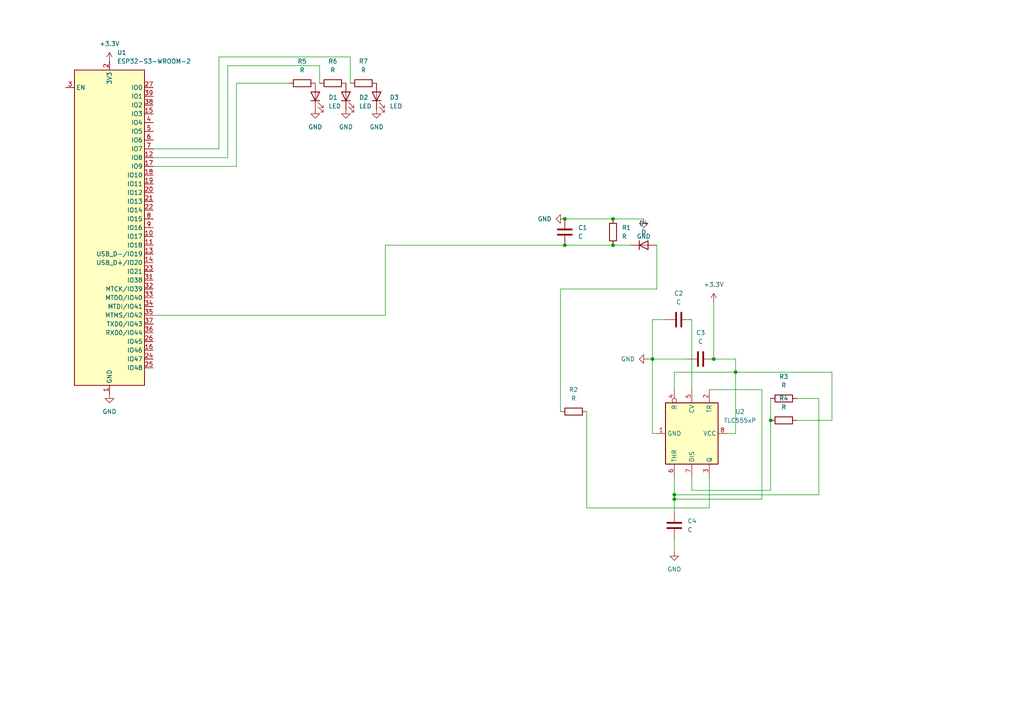
<source format=kicad_sch>
(kicad_sch (version 20231120) (generator "eeschema") (generator_version "8.0")
  (paper "A4")
  (lib_symbols
    (symbol "Device:C" (pin_numbers hide) (pin_names (offset 0.254))
      (property "Reference" "C" (at 0.635 2.54 0))
      (property "Value" "C" (at 0.635 -2.54 0))
      (symbol "C_0_1"
        (polyline (pts (xy -2.032 -0.762) (xy 2.032 -0.762)) (stroke (width 0.508)))
        (polyline (pts (xy -2.032 0.762) (xy 2.032 0.762)) (stroke (width 0.508)))
      )
      (symbol "C_1_1"
        (pin passive line (at 0 3.81 270) (length 2.794) (name "~") (number "1"))
        (pin passive line (at 0 -3.81 90) (length 2.794) (name "~") (number "2"))
      )
    )
    (symbol "Device:D" (pin_numbers hide) (pin_names (offset 1.016) hide)
      (property "Reference" "D" (at 0 2.54 0))
      (property "Value" "D" (at 0 -2.54 0))
      (symbol "D_0_1"
        (polyline (pts (xy -1.27 1.27) (xy -1.27 -1.27)) (stroke (width 0.254)))
        (polyline (pts (xy 1.27 0) (xy -1.27 0)))
        (polyline (pts (xy 1.27 1.27) (xy 1.27 -1.27) (xy -1.27 0) (xy 1.27 1.27)) (stroke (width 0.254)))
      )
      (symbol "D_1_1"
        (pin passive line (at -3.81 0 0) (length 2.54) (name "K") (number "1"))
        (pin passive line (at 3.81 0 180) (length 2.54) (name "A") (number "2"))
      )
    )
    (symbol "Device:LED" (pin_numbers hide) (pin_names (offset 1.016) hide)
      (property "Reference" "D" (at 0 2.54 0))
      (property "Value" "LED" (at 0 -2.54 0))
      (symbol "LED_0_1"
        (polyline (pts (xy -1.27 -1.27) (xy -1.27 1.27)) (stroke (width 0.254)))
        (polyline (pts (xy -1.27 0) (xy 1.27 0)))
        (polyline (pts (xy 1.27 -1.27) (xy 1.27 1.27) (xy -1.27 0) (xy 1.27 -1.27)) (stroke (width 0.254)))
        (polyline (pts (xy -3.048 -0.762) (xy -4.572 -2.286) (xy -3.81 -2.286) (xy -4.572 -2.286) (xy -4.572 -1.524)))
        (polyline (pts (xy -1.778 -0.762) (xy -3.302 -2.286) (xy -2.54 -2.286) (xy -3.302 -2.286) (xy -3.302 -1.524)))
      )
      (symbol "LED_1_1"
        (pin passive line (at -3.81 0 0) (length 2.54) (name "K") (number "1"))
        (pin passive line (at 3.81 0 180) (length 2.54) (name "A") (number "2"))
      )
    )
    (symbol "Device:R" (pin_numbers hide) (pin_names (offset 0))
      (property "Reference" "R" (at 2.032 0 90))
      (property "Value" "R" (at 0 0 90))
      (symbol "R_0_1"
        (rectangle (start -1.016 -2.54) (end 1.016 2.54) (stroke (width 0.254)))
      )
      (symbol "R_1_1"
        (pin passive line (at 0 3.81 270) (length 1.27) (name "~") (number "1"))
        (pin passive line (at 0 -3.81 90) (length 1.27) (name "~") (number "2"))
      )
    )
    (symbol "RF_Module:ESP32-S3-WROOM-2"
      (property "Reference" "U" (at -10.16 45.72 0))
      (property "Value" "ESP32-S3-WROOM-2" (at 2.54 45.72 0))
      (symbol "ESP32-S3-WROOM-2_0_1"
        (rectangle (start -10.16 45.72) (end 10.16 -45.72) (stroke (width 0.254)) (fill (type background)))
      )
      (symbol "ESP32-S3-WROOM-2_1_1"
        (pin power_in line (at 0 -48.26 90) (length 2.54) (name "GND") (number "1"))
        (pin bidirectional line (at 12.7 -2.54 180) (length 2.54) (name "IO17") (number "10"))
        (pin bidirectional line (at 12.7 -5.08 180) (length 2.54) (name "IO18") (number "11"))
        (pin bidirectional line (at 12.7 20.32 180) (length 2.54) (name "IO8") (number "12"))
        (pin bidirectional line (at 12.7 -7.62 180) (length 2.54) (name "USB_D-/IO19") (number "13"))
        (pin bidirectional line (at 12.7 -10.16 180) (length 2.54) (name "USB_D+/IO20") (number "14"))
        (pin bidirectional line (at 12.7 33.02 180) (length 2.54) (name "IO3") (number "15"))
        (pin bidirectional line (at 12.7 -35.56 180) (length 2.54) (name "IO46") (number "16"))
        (pin bidirectional line (at 12.7 17.78 180) (length 2.54) (name "IO9") (number "17"))
        (pin bidirectional line (at 12.7 15.24 180) (length 2.54) (name "IO10") (number "18"))
        (pin bidirectional line (at 12.7 12.7 180) (length 2.54) (name "IO11") (number "19"))
        (pin power_in line (at 0 48.26 270) (length 2.54) (name "3V3") (number "2"))
        (pin bidirectional line (at 12.7 10.16 180) (length 2.54) (name "IO12") (number "20"))
        (pin bidirectional line (at 12.7 7.62 180) (length 2.54) (name "IO13") (number "21"))
        (pin bidirectional line (at 12.7 5.08 180) (length 2.54) (name "IO14") (number "22"))
        (pin bidirectional line (at 12.7 -12.7 180) (length 2.54) (name "IO21") (number "23"))
        (pin bidirectional line (at 12.7 -38.1 180) (length 2.54) (name "IO47") (number "24"))
        (pin bidirectional line (at 12.7 -40.64 180) (length 2.54) (name "IO48") (number "25"))
        (pin bidirectional line (at 12.7 -33.02 180) (length 2.54) (name "IO45") (number "26"))
        (pin bidirectional line (at 12.7 40.64 180) (length 2.54) (name "IO0") (number "27"))
        (pin no_connect line (at -10.16 -35.56 0) (length 2.54) hide (name "NC") (number "28"))
        (pin no_connect line (at -10.16 -38.1 0) (length 2.54) hide (name "NC") (number "29"))
        (pin input line (at -12.7 40.64 0) (length 2.54) (name "EN") (number "3"))
        (pin no_connect line (at -10.16 -40.64 0) (length 2.54) hide (name "NC") (number "30"))
        (pin bidirectional line (at 12.7 -15.24 180) (length 2.54) (name "IO38") (number "31"))
        (pin bidirectional line (at 12.7 -17.78 180) (length 2.54) (name "MTCK/IO39") (number "32"))
        (pin bidirectional line (at 12.7 -20.32 180) (length 2.54) (name "MTDO/IO40") (number "33"))
        (pin bidirectional line (at 12.7 -22.86 180) (length 2.54) (name "MTDI/IO41") (number "34"))
        (pin bidirectional line (at 12.7 -25.4 180) (length 2.54) (name "MTMS/IO42") (number "35"))
        (pin bidirectional line (at 12.7 -30.48 180) (length 2.54) (name "RXD0/IO44") (number "36"))
        (pin bidirectional line (at 12.7 -27.94 180) (length 2.54) (name "TXD0/IO43") (number "37"))
        (pin bidirectional line (at 12.7 35.56 180) (length 2.54) (name "IO2") (number "38"))
        (pin bidirectional line (at 12.7 38.1 180) (length 2.54) (name "IO1") (number "39"))
        (pin bidirectional line (at 12.7 30.48 180) (length 2.54) (name "IO4") (number "4"))
        (pin passive line (at 0 -48.26 90) (length 2.54) hide (name "GND") (number "40"))
        (pin passive line (at 0 -48.26 90) (length 2.54) hide (name "GND") (number "41"))
        (pin bidirectional line (at 12.7 27.94 180) (length 2.54) (name "IO5") (number "5"))
        (pin bidirectional line (at 12.7 25.4 180) (length 2.54) (name "IO6") (number "6"))
        (pin bidirectional line (at 12.7 22.86 180) (length 2.54) (name "IO7") (number "7"))
        (pin bidirectional line (at 12.7 2.54 180) (length 2.54) (name "IO15") (number "8"))
        (pin bidirectional line (at 12.7 0 180) (length 2.54) (name "IO16") (number "9"))
      )
    )
    (symbol "Timer:TLC555xP"
      (property "Reference" "U" (at -10.16 8.89 0))
      (property "Value" "TLC555xP" (at 2.54 8.89 0))
      (symbol "TLC555xP_0_0"
        (pin power_in line (at 0 -10.16 90) (length 2.54) (name "GND") (number "1"))
        (pin power_in line (at 0 10.16 270) (length 2.54) (name "VCC") (number "8"))
      )
      (symbol "TLC555xP_0_1"
        (rectangle (start -8.89 -7.62) (end 8.89 7.62) (stroke (width 0.254)) (fill (type background)))
        (rectangle (start -8.89 -7.62) (end 8.89 7.62) (stroke (width 0.254)) (fill (type background)))
      )
      (symbol "TLC555xP_1_1"
        (pin input line (at -12.7 5.08 0) (length 3.81) (name "TR") (number "2"))
        (pin output line (at 12.7 5.08 180) (length 3.81) (name "Q") (number "3"))
        (pin input inverted (at -12.7 -5.08 0) (length 3.81) (name "R") (number "4"))
        (pin input line (at -12.7 0 0) (length 3.81) (name "CV") (number "5"))
        (pin input line (at 12.7 -5.08 180) (length 3.81) (name "THR") (number "6"))
        (pin input line (at 12.7 0 180) (length 3.81) (name "DIS") (number "7"))
      )
    )
    (symbol "power:+3.3V" (power) (pin_numbers hide) (pin_names (offset 0) hide)
      (property "Value" "+3.3V" (at 0 3.556 0))
      (symbol "+3.3V_0_1"
        (polyline (pts (xy -0.762 1.27) (xy 0 2.54)))
        (polyline (pts (xy 0 0) (xy 0 2.54)))
        (polyline (pts (xy 0 2.54) (xy 0.762 1.27)))
      )
      (symbol "+3.3V_1_1"
        (pin power_in line (at 0 0 90) (length 0) (name "~") (number "1"))
      )
    )
    (symbol "power:GND" (power) (pin_numbers hide) (pin_names (offset 0) hide)
      (property "Value" "GND" (at 0 -3.81 0))
      (symbol "GND_0_1"
        (polyline (pts (xy 0 0) (xy 0 -1.27) (xy 1.27 -1.27) (xy 0 -2.54) (xy -1.27 -1.27) (xy 0 -1.27)))
      )
      (symbol "GND_1_1"
        (pin power_in line (at 0 0 270) (length 0) (name "~") (number "1"))
      )
    )
  )
  (junction (at 163.83 71.12))
  (junction (at 163.83 63.5))
  (junction (at 195.58 144.78))
  (junction (at 207.01 104.14))
  (junction (at 223.52 121.92))
  (junction (at 189.23 104.14))
  (junction (at 195.58 143.51))
  (junction (at 213.36 107.95))
  (junction (at 177.8 63.5))
  (junction (at 177.8 71.12))
  (wire (pts (xy 63.5 16.51) (xy 101.6 16.51)))
  (wire (pts (xy 68.58 24.13) (xy 68.58 48.26)))
  (wire (pts (xy 190.5 71.12) (xy 190.5 83.82)))
  (wire (pts (xy 213.36 125.73) (xy 210.82 125.73)))
  (wire (pts (xy 111.76 91.44) (xy 111.76 71.12)))
  (wire (pts (xy 223.52 115.57) (xy 223.52 121.92)))
  (wire (pts (xy 241.3 121.92) (xy 231.14 121.92)))
  (wire (pts (xy 237.49 115.57) (xy 231.14 115.57)))
  (wire (pts (xy 195.58 156.21) (xy 195.58 160.02)))
  (wire (pts (xy 190.5 83.82) (xy 162.56 83.82)))
  (wire (pts (xy 220.98 113.03) (xy 205.74 113.03)))
  (wire (pts (xy 163.83 71.12) (xy 177.8 71.12)))
  (wire (pts (xy 63.5 43.18) (xy 44.45 43.18)))
  (wire (pts (xy 83.82 24.13) (xy 68.58 24.13)))
  (wire (pts (xy 220.98 144.78) (xy 220.98 113.03)))
  (wire (pts (xy 241.3 107.95) (xy 241.3 121.92)))
  (wire (pts (xy 187.96 104.14) (xy 189.23 104.14)))
  (wire (pts (xy 223.52 142.24) (xy 200.66 142.24)))
  (wire (pts (xy 177.8 71.12) (xy 182.88 71.12)))
  (wire (pts (xy 163.83 63.5) (xy 177.8 63.5)))
  (wire (pts (xy 195.58 113.03) (xy 195.58 107.95)))
  (wire (pts (xy 101.6 24.13) (xy 101.6 16.51)))
  (wire (pts (xy 189.23 104.14) (xy 199.39 104.14)))
  (wire (pts (xy 195.58 107.95) (xy 213.36 107.95)))
  (wire (pts (xy 170.18 147.32) (xy 205.74 147.32)))
  (wire (pts (xy 44.45 91.44) (xy 111.76 91.44)))
  (wire (pts (xy 189.23 92.71) (xy 189.23 104.14)))
  (wire (pts (xy 195.58 138.43) (xy 195.58 143.51)))
  (wire (pts (xy 170.18 119.38) (xy 170.18 147.32)))
  (wire (pts (xy 189.23 104.14) (xy 189.23 125.73)))
  (wire (pts (xy 213.36 104.14) (xy 213.36 107.95)))
  (wire (pts (xy 66.04 19.05) (xy 92.71 19.05)))
  (wire (pts (xy 223.52 121.92) (xy 223.52 142.24)))
  (wire (pts (xy 193.04 92.71) (xy 189.23 92.71)))
  (wire (pts (xy 200.66 142.24) (xy 200.66 138.43)))
  (wire (pts (xy 189.23 125.73) (xy 190.5 125.73)))
  (wire (pts (xy 195.58 143.51) (xy 237.49 143.51)))
  (wire (pts (xy 111.76 71.12) (xy 163.83 71.12)))
  (wire (pts (xy 92.71 24.13) (xy 92.71 19.05)))
  (wire (pts (xy 63.5 16.51) (xy 63.5 43.18)))
  (wire (pts (xy 66.04 19.05) (xy 66.04 45.72)))
  (wire (pts (xy 205.74 147.32) (xy 205.74 138.43)))
  (wire (pts (xy 66.04 45.72) (xy 44.45 45.72)))
  (wire (pts (xy 195.58 144.78) (xy 220.98 144.78)))
  (wire (pts (xy 162.56 83.82) (xy 162.56 119.38)))
  (wire (pts (xy 195.58 143.51) (xy 195.58 144.78)))
  (wire (pts (xy 213.36 107.95) (xy 213.36 125.73)))
  (wire (pts (xy 177.8 63.5) (xy 186.69 63.5)))
  (wire (pts (xy 213.36 107.95) (xy 241.3 107.95)))
  (wire (pts (xy 207.01 87.63) (xy 207.01 104.14)))
  (wire (pts (xy 195.58 144.78) (xy 195.58 148.59)))
  (wire (pts (xy 68.58 48.26) (xy 44.45 48.26)))
  (wire (pts (xy 207.01 104.14) (xy 213.36 104.14)))
  (wire (pts (xy 237.49 143.51) (xy 237.49 115.57)))
  (wire (pts (xy 200.66 92.71) (xy 200.66 113.03)))
  (symbol (lib_id "Device:R") (at 96.52 24.13 90) (unit 1)
    (property "Reference" "R6" (at 96.52 17.78 90))
    (property "Value" "R" (at 96.52 20.32 90))
    (property "Description" "Resistor" (effects (hide yes)))
  )
  (symbol (lib_id "Device:R") (at 87.63 24.13 90) (unit 1)
    (property "Reference" "R5" (at 87.63 17.78 90))
    (property "Value" "R" (at 87.63 20.32 90))
    (property "Description" "Resistor" (effects (hide yes)))
  )
  (symbol (lib_id "Device:LED") (at 100.33 27.94 90) (unit 1)
    (property "Reference" "D2" (at 104.14 28.2574 90) (effects (justify right)))
    (property "Value" "LED" (at 104.14 30.7974 90) (effects (justify right)))
    (property "Description" "Light emitting diode" (effects (hide yes)))
  )
  (symbol (lib_id "power:GND") (at 186.69 63.5 0) (unit 1)
    (property "Reference" "#PWR01" (effects (hide yes)))
    (property "Value" "GND" (at 186.69 68.58 0))
    (property "Description" "Power symbol creates a global label with name \"GND\" , ground" (effects (hide yes)))
  )
  (symbol (lib_id "RF_Module:ESP32-S3-WROOM-2") (at 31.75 66.04 0) (unit 1)
    (property "Reference" "U1" (at 33.9441 15.24 0) (effects (justify left)))
    (property "Value" "ESP32-S3-WROOM-2" (at 33.9441 17.78 0) (effects (justify left)))
    (property "Footprint" "RF_Module:ESP32-S3-WROOM-2" (effects (hide yes)))
    (property "Datasheet" "https://www.espressif.com/sites/default/files/documentation/esp32-s3-wroom-2_datasheet_en.pdf" (effects (hide yes)))
    (property "Description" "RF Module, 2.4 GHz, Wi­-Fi, Bluetooth, BLE, ESP32­-S3R8V" (effects (hide yes)))
  )
  (symbol (lib_id "Device:C") (at 163.83 67.31 0) (unit 1)
    (property "Reference" "C1" (at 167.64 66.0399 0) (effects (justify left)))
    (property "Value" "C" (at 167.64 68.5799 0) (effects (justify left)))
    (property "Description" "Unpolarized capacitor" (effects (hide yes)))
  )
  (symbol (lib_id "power:GND") (at 91.44 31.75 0) (unit 1)
    (property "Reference" "#PWR08" (effects (hide yes)))
    (property "Value" "GND" (at 91.44 36.83 0))
    (property "Description" "Power symbol creates a global label with name \"GND\" , ground" (effects (hide yes)))
  )
  (symbol (lib_id "Device:C") (at 203.2 104.14 90) (unit 1)
    (property "Reference" "C3" (at 203.2 96.52 90))
    (property "Value" "C" (at 203.2 99.06 90))
    (property "Description" "Unpolarized capacitor" (effects (hide yes)))
  )
  (symbol (lib_id "power:+3.3V") (at 207.01 87.63 0) (unit 1)
    (property "Reference" "#PWR02" (effects (hide yes)))
    (property "Value" "+3.3V" (at 207.01 82.55 0))
    (property "Description" "Power symbol creates a global label with name \"+3.3V\"" (effects (hide yes)))
  )
  (symbol (lib_id "Device:R") (at 177.8 67.31 0) (unit 1)
    (property "Reference" "R1" (at 180.34 66.0399 0) (effects (justify left)))
    (property "Value" "R" (at 180.34 68.5799 0) (effects (justify left)))
    (property "Description" "Resistor" (effects (hide yes)))
  )
  (symbol (lib_id "power:GND") (at 31.75 114.3 0) (unit 1)
    (property "Reference" "#PWR07" (effects (hide yes)))
    (property "Value" "GND" (at 31.75 119.38 0))
    (property "Description" "Power symbol creates a global label with name \"GND\" , ground" (effects (hide yes)))
  )
  (symbol (lib_id "power:GND") (at 100.33 31.75 0) (unit 1)
    (property "Reference" "#PWR09" (effects (hide yes)))
    (property "Value" "GND" (at 100.33 36.83 0))
    (property "Description" "Power symbol creates a global label with name \"GND\" , ground" (effects (hide yes)))
  )
  (symbol (lib_id "power:GND") (at 187.96 104.14 270) (unit 1)
    (property "Reference" "#PWR04" (effects (hide yes)))
    (property "Value" "GND" (at 184.15 104.1399 90) (effects (justify right)))
    (property "Description" "Power symbol creates a global label with name \"GND\" , ground" (effects (hide yes)))
  )
  (symbol (lib_id "Timer:TLC555xP") (at 200.66 125.73 270) (unit 1)
    (property "Reference" "U2" (at 214.63 119.4114 90))
    (property "Value" "TLC555xP" (at 214.63 121.9514 90))
    (property "Footprint" "Package_DIP:DIP-8_W7.62mm" (effects (hide yes)))
    (property "Datasheet" "http://www.ti.com/lit/ds/symlink/tlc555.pdf" (effects (hide yes)))
    (property "Description" "Single LinCMOS Timer, 555 compatible, PDIP-8" (effects (hide yes)))
  )
  (symbol (lib_id "Device:R") (at 166.37 119.38 90) (unit 1)
    (property "Reference" "R2" (at 166.37 113.03 90))
    (property "Value" "R" (at 166.37 115.57 90))
    (property "Description" "Resistor" (effects (hide yes)))
  )
  (symbol (lib_id "Device:LED") (at 91.44 27.94 90) (unit 1)
    (property "Reference" "D1" (at 95.25 28.2574 90) (effects (justify right)))
    (property "Value" "LED" (at 95.25 30.7974 90) (effects (justify right)))
    (property "Description" "Light emitting diode" (effects (hide yes)))
  )
  (symbol (lib_id "power:+3.3V") (at 31.75 17.78 0) (unit 1)
    (property "Reference" "#PWR05" (effects (hide yes)))
    (property "Value" "+3.3V" (at 31.75 12.7 0))
    (property "Description" "Power symbol creates a global label with name \"+3.3V\"" (effects (hide yes)))
  )
  (symbol (lib_id "power:GND") (at 195.58 160.02 0) (unit 1)
    (property "Reference" "#PWR03" (effects (hide yes)))
    (property "Value" "GND" (at 195.58 165.1 0))
    (property "Description" "Power symbol creates a global label with name \"GND\" , ground" (effects (hide yes)))
  )
  (symbol (lib_id "Device:R") (at 105.41 24.13 90) (unit 1)
    (property "Reference" "R7" (at 105.41 17.78 90))
    (property "Value" "R" (at 105.41 20.32 90))
    (property "Description" "Resistor" (effects (hide yes)))
  )
  (symbol (lib_id "Device:C") (at 195.58 152.4 0) (unit 1)
    (property "Reference" "C4" (at 199.39 151.1299 0) (effects (justify left)))
    (property "Value" "C" (at 199.39 153.6699 0) (effects (justify left)))
    (property "Description" "Unpolarized capacitor" (effects (hide yes)))
  )
  (symbol (lib_id "Device:D") (at 186.69 71.12 0) (unit 1)
    (property "Reference" "D4" (at 186.69 64.77 0))
    (property "Value" "D" (at 186.69 67.31 0))
    (property "Description" "Diode" (effects (hide yes)))
    (property "Sim.Device" "D" (effects (hide yes)))
    (property "Sim.Pins" "1=K 2=A" (effects (hide yes)))
  )
  (symbol (lib_id "power:GND") (at 109.22 31.75 0) (unit 1)
    (property "Reference" "#PWR010" (effects (hide yes)))
    (property "Value" "GND" (at 109.22 36.83 0))
    (property "Description" "Power symbol creates a global label with name \"GND\" , ground" (effects (hide yes)))
  )
  (symbol (lib_id "Device:C") (at 196.85 92.71 270) (unit 1)
    (property "Reference" "C2" (at 196.85 85.09 90))
    (property "Value" "C" (at 196.85 87.63 90))
    (property "Description" "Unpolarized capacitor" (effects (hide yes)))
  )
  (symbol (lib_id "Device:LED") (at 109.22 27.94 90) (unit 1)
    (property "Reference" "D3" (at 113.03 28.2574 90) (effects (justify right)))
    (property "Value" "LED" (at 113.03 30.7974 90) (effects (justify right)))
    (property "Description" "Light emitting diode" (effects (hide yes)))
  )
  (symbol (lib_id "Device:R") (at 227.33 121.92 90) (unit 1)
    (property "Reference" "R4" (at 227.33 115.57 90))
    (property "Value" "R" (at 227.33 118.11 90))
    (property "Description" "Resistor" (effects (hide yes)))
  )
  (symbol (lib_id "power:GND") (at 163.83 63.5 270) (unit 1)
    (property "Reference" "#PWR06" (effects (hide yes)))
    (property "Value" "GND" (at 160.02 63.4999 90) (effects (justify right)))
    (property "Description" "Power symbol creates a global label with name \"GND\" , ground" (effects (hide yes)))
  )
  (symbol (lib_id "Device:R") (at 227.33 115.57 270) (unit 1)
    (property "Reference" "R3" (at 227.33 109.22 90))
    (property "Value" "R" (at 227.33 111.76 90))
    (property "Description" "Resistor" (effects (hide yes)))
  )
)
</source>
